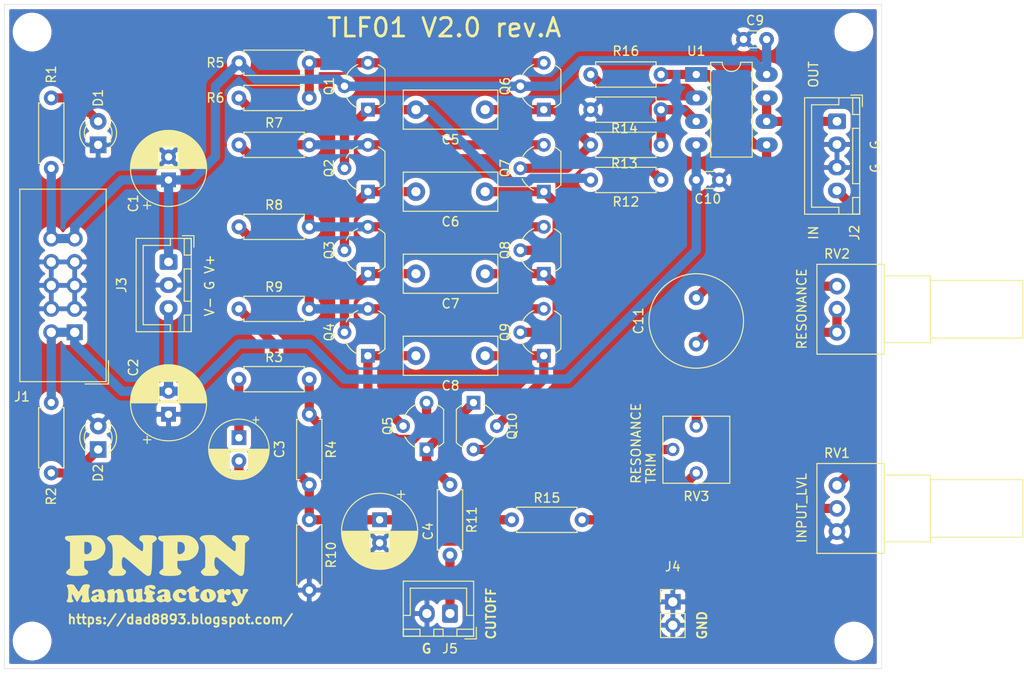
<source format=kicad_pcb>
(kicad_pcb (version 20171130) (host pcbnew "(5.1.6)-1")
  (title_block (title TLF_01_V2) (date 2020-08-17) (rev A) (company "PNPN Manufactory"))
  (layers (0 F.Cu signal) (31 B.Cu signal) (34 B.Paste user) (35 F.Paste user) (36 B.SilkS user) (37 F.SilkS user) (38 B.Mask user) (39 F.Mask user) (44 Edge.Cuts user))
  (net 0 "")
  (net 1 GND)
  (net 2 +12V)
  (net 3 -12V)
  (net 4 "Net-(C3-Pad2)")
  (net 5 "Net-(C3-Pad1)")
  (net 6 "Net-(C4-Pad1)")
  (net 7 "Net-(C5-Pad2)")
  (net 8 "Net-(C5-Pad1)")
  (net 9 "Net-(C6-Pad2)")
  (net 10 "Net-(C6-Pad1)")
  (net 11 "Net-(C7-Pad2)")
  (net 12 "Net-(C7-Pad1)")
  (net 13 "Net-(C8-Pad2)")
  (net 14 "Net-(C8-Pad1)")
  (net 15 "Net-(C11-Pad2)")
  (net 16 "Net-(C11-Pad1)")
  (net 17 "Net-(D1-Pad2)")
  (net 18 "Net-(D2-Pad1)")
  (net 19 "Net-(J5-Pad1)")
  (net 20 "Net-(Q1-Pad3)")
  (net 21 "Net-(Q2-Pad3)")
  (net 22 "Net-(Q3-Pad3)")
  (net 23 "Net-(Q4-Pad3)")
  (net 24 "Net-(Q10-Pad1)")
  (net 25 "Net-(Q5-Pad3)")
  (net 26 "Net-(Q10-Pad3)")
  (net 27 "Net-(R12-Pad1)")
  (net 28 "Net-(R13-Pad2)")
  (net 29 "Net-(R15-Pad2)")
  (net 30 "Net-(RV2-Pad1)")
  (net 31 Audio_Out)
  (net 32 "Net-(J2-Pad4)")
  (module Connector_JST:JST_XH_B4B-XH-A_1x04_P2.50mm_Vertical (layer F.Cu) (at 186.69 71.12 270)
    (fp_text reference J2 (at 12.065 -1.905 90) (layer F.SilkS))
    (fp_text value Audio_In_Out)
    (pad 4 thru_hole oval (at 7.5 0 270) (size 1.7 1.95) (drill 0.95) (layers *.Cu *.Mask) (net 32 "Net-(J2-Pad4)"))
    (pad 3 thru_hole oval (at 5 0 270) (size 1.7 1.95) (drill 0.95) (layers *.Cu *.Mask) (net 1 GND))
    (pad 2 thru_hole oval (at 2.5 0 270) (size 1.7 1.95) (drill 0.95) (layers *.Cu *.Mask) (net 1 GND))
    (pad 1 thru_hole roundrect (at 0 0 270) (size 1.7 1.95) (drill 0.95) (layers *.Cu *.Mask) (roundrect_rratio 0.147059) (net 31 Audio_Out))
  )
  (module myfootprint:Silk_PNPN_Manufactory_400dpi (layer F.Cu) (at 113.03 119.38)
    (fp_text reference G*** hide)
    (fp_text value LOGO hide)
  )
  (module Connector_JST:JST_XH_B2B-XH-A_1x02_P2.50mm_Vertical (layer F.Cu) (at 144.78 124.46 180)
    (fp_text reference J5 (at 0 -3.81) (layer F.SilkS))
    (fp_text value CUTOFF)
    (pad 2 thru_hole oval (at 2.5 0 180) (size 1.7 2) (drill 1) (layers *.Cu *.Mask) (net 1 GND))
    (pad 1 thru_hole roundrect (at 0 0 180) (size 1.7 2) (drill 1) (layers *.Cu *.Mask) (roundrect_rratio 0.147059) (net 19 "Net-(J5-Pad1)"))
  )
  (module Package_TO_SOT_THT:TO-92_Wide (layer F.Cu) (at 142.24 106.68 90)
    (fp_text reference Q5 (at 2.55 -4.19 90) (layer F.SilkS))
    (fp_text value 2SC1815)
    (pad 1 thru_hole rect (at 0 0 180) (size 1.5 1.5) (drill 0.8) (layers *.Cu *.Mask) (net 24 "Net-(Q10-Pad1)"))
    (pad 3 thru_hole circle (at 5.08 0 180) (size 1.5 1.5) (drill 0.8) (layers *.Cu *.Mask) (net 25 "Net-(Q5-Pad3)"))
    (pad 2 thru_hole circle (at 2.54 -2.54 180) (size 1.5 1.5) (drill 0.8) (layers *.Cu *.Mask) (net 13 "Net-(C8-Pad2)"))
  )
  (module myfootprint:Potentiometer_Bourns_3362P_Vertical (layer F.Cu) (at 171.45 104.14 180)
    (fp_text reference RV3 (at -0.015 -7.62) (layer F.SilkS))
    (fp_text value 1k)
    (pad 3 thru_hole circle (at 0 0 180) (size 1.44 1.44) (drill 0.8) (layers *.Cu *.Mask) (net 30 "Net-(RV2-Pad1)"))
    (pad 2 thru_hole circle (at 2.54 -2.54 180) (size 1.44 1.44) (drill 0.8) (layers *.Cu *.Mask) (net 26 "Net-(Q10-Pad3)"))
    (pad 1 thru_hole circle (at 0 -5.08 180) (size 1.44 1.44) (drill 0.8) (layers *.Cu *.Mask) (net 29 "Net-(R15-Pad2)"))
  )
  (module Package_TO_SOT_THT:TO-92_Wide (layer F.Cu) (at 147.32 101.6 270)
    (fp_text reference Q10 (at 2.55 -4.19 90) (layer F.SilkS))
    (fp_text value 2SC1815)
    (pad 1 thru_hole rect (at 0 0) (size 1.5 1.5) (drill 0.8) (layers *.Cu *.Mask) (net 24 "Net-(Q10-Pad1)"))
    (pad 3 thru_hole circle (at 5.08 0) (size 1.5 1.5) (drill 0.8) (layers *.Cu *.Mask) (net 26 "Net-(Q10-Pad3)"))
    (pad 2 thru_hole circle (at 2.54 -2.54) (size 1.5 1.5) (drill 0.8) (layers *.Cu *.Mask) (net 14 "Net-(C8-Pad1)"))
  )
  (module Package_TO_SOT_THT:TO-92_Wide (layer F.Cu) (at 154.94 96.52 90)
    (fp_text reference Q9 (at 2.55 -4.19 90) (layer F.SilkS))
    (fp_text value 2SC1815)
    (pad 1 thru_hole rect (at 0 0 180) (size 1.5 1.5) (drill 0.8) (layers *.Cu *.Mask) (net 14 "Net-(C8-Pad1)"))
    (pad 3 thru_hole circle (at 5.08 0 180) (size 1.5 1.5) (drill 0.8) (layers *.Cu *.Mask) (net 23 "Net-(Q4-Pad3)"))
    (pad 2 thru_hole circle (at 2.54 -2.54 180) (size 1.5 1.5) (drill 0.8) (layers *.Cu *.Mask) (net 12 "Net-(C7-Pad1)"))
  )
  (module Package_TO_SOT_THT:TO-92_Wide (layer F.Cu) (at 154.94 87.63 90)
    (fp_text reference Q8 (at 2.55 -4.19 90) (layer F.SilkS))
    (fp_text value 2SC1815)
    (pad 1 thru_hole rect (at 0 0 180) (size 1.5 1.5) (drill 0.8) (layers *.Cu *.Mask) (net 12 "Net-(C7-Pad1)"))
    (pad 3 thru_hole circle (at 5.08 0 180) (size 1.5 1.5) (drill 0.8) (layers *.Cu *.Mask) (net 22 "Net-(Q3-Pad3)"))
    (pad 2 thru_hole circle (at 2.54 -2.54 180) (size 1.5 1.5) (drill 0.8) (layers *.Cu *.Mask) (net 10 "Net-(C6-Pad1)"))
  )
  (module Package_TO_SOT_THT:TO-92_Wide (layer F.Cu) (at 154.94 78.74 90)
    (fp_text reference Q7 (at 2.55 -4.19 90) (layer F.SilkS))
    (fp_text value 2SC1815)
    (pad 1 thru_hole rect (at 0 0 180) (size 1.5 1.5) (drill 0.8) (layers *.Cu *.Mask) (net 10 "Net-(C6-Pad1)"))
    (pad 3 thru_hole circle (at 5.08 0 180) (size 1.5 1.5) (drill 0.8) (layers *.Cu *.Mask) (net 21 "Net-(Q2-Pad3)"))
    (pad 2 thru_hole circle (at 2.54 -2.54 180) (size 1.5 1.5) (drill 0.8) (layers *.Cu *.Mask) (net 8 "Net-(C5-Pad1)"))
  )
  (module Package_TO_SOT_THT:TO-92_Wide (layer F.Cu) (at 154.94 69.85 90)
    (fp_text reference Q6 (at 2.55 -4.19 90) (layer F.SilkS))
    (fp_text value 2SC1815)
    (pad 1 thru_hole rect (at 0 0 180) (size 1.5 1.5) (drill 0.8) (layers *.Cu *.Mask) (net 8 "Net-(C5-Pad1)"))
    (pad 3 thru_hole circle (at 5.08 0 180) (size 1.5 1.5) (drill 0.8) (layers *.Cu *.Mask) (net 20 "Net-(Q1-Pad3)"))
    (pad 2 thru_hole circle (at 2.54 -2.54 180) (size 1.5 1.5) (drill 0.8) (layers *.Cu *.Mask) (net 2 +12V))
  )
  (module Package_TO_SOT_THT:TO-92_Wide (layer F.Cu) (at 135.89 96.52 90)
    (fp_text reference Q4 (at 2.55 -4.19 90) (layer F.SilkS))
    (fp_text value 2SC1815)
    (pad 1 thru_hole rect (at 0 0 180) (size 1.5 1.5) (drill 0.8) (layers *.Cu *.Mask) (net 13 "Net-(C8-Pad2)"))
    (pad 3 thru_hole circle (at 5.08 0 180) (size 1.5 1.5) (drill 0.8) (layers *.Cu *.Mask) (net 23 "Net-(Q4-Pad3)"))
    (pad 2 thru_hole circle (at 2.54 -2.54 180) (size 1.5 1.5) (drill 0.8) (layers *.Cu *.Mask) (net 11 "Net-(C7-Pad2)"))
  )
  (module Package_TO_SOT_THT:TO-92_Wide (layer F.Cu) (at 135.89 87.63 90)
    (fp_text reference Q3 (at 2.55 -4.19 90) (layer F.SilkS))
    (fp_text value 2SC1815)
    (pad 1 thru_hole rect (at 0 0 180) (size 1.5 1.5) (drill 0.8) (layers *.Cu *.Mask) (net 11 "Net-(C7-Pad2)"))
    (pad 3 thru_hole circle (at 5.08 0 180) (size 1.5 1.5) (drill 0.8) (layers *.Cu *.Mask) (net 22 "Net-(Q3-Pad3)"))
    (pad 2 thru_hole circle (at 2.54 -2.54 180) (size 1.5 1.5) (drill 0.8) (layers *.Cu *.Mask) (net 9 "Net-(C6-Pad2)"))
  )
  (module Package_TO_SOT_THT:TO-92_Wide (layer F.Cu) (at 135.89 78.74 90)
    (fp_text reference Q2 (at 2.55 -4.19 90) (layer F.SilkS))
    (fp_text value 2SC1815)
    (pad 1 thru_hole rect (at 0 0 180) (size 1.5 1.5) (drill 0.8) (layers *.Cu *.Mask) (net 9 "Net-(C6-Pad2)"))
    (pad 3 thru_hole circle (at 5.08 0 180) (size 1.5 1.5) (drill 0.8) (layers *.Cu *.Mask) (net 21 "Net-(Q2-Pad3)"))
    (pad 2 thru_hole circle (at 2.54 -2.54 180) (size 1.5 1.5) (drill 0.8) (layers *.Cu *.Mask) (net 7 "Net-(C5-Pad2)"))
  )
  (module Package_TO_SOT_THT:TO-92_Wide (layer F.Cu) (at 135.89 69.85 90)
    (fp_text reference Q1 (at 2.55 -4.19 90) (layer F.SilkS))
    (fp_text value 2SC1815)
    (pad 1 thru_hole rect (at 0 0 180) (size 1.5 1.5) (drill 0.8) (layers *.Cu *.Mask) (net 7 "Net-(C5-Pad2)"))
    (pad 3 thru_hole circle (at 5.08 0 180) (size 1.5 1.5) (drill 0.8) (layers *.Cu *.Mask) (net 20 "Net-(Q1-Pad3)"))
    (pad 2 thru_hole circle (at 2.54 -2.54 180) (size 1.5 1.5) (drill 0.8) (layers *.Cu *.Mask) (net 2 +12V))
  )
  (module Connector_JST:JST_XH_B3B-XH-A_1x03_P2.50mm_Vertical (layer F.Cu) (at 114.3 86.36 270)
    (fp_text reference J3 (at 2.5 5.08 90) (layer F.SilkS))
    (fp_text value EXT_PWR)
    (pad 3 thru_hole oval (at 5 0 270) (size 1.7 1.95) (drill 0.95) (layers *.Cu *.Mask) (net 3 -12V))
    (pad 2 thru_hole oval (at 2.5 0 270) (size 1.7 1.95) (drill 0.95) (layers *.Cu *.Mask) (net 1 GND))
    (pad 1 thru_hole roundrect (at 0 0 270) (size 1.7 1.95) (drill 0.95) (layers *.Cu *.Mask) (roundrect_rratio 0.147059) (net 2 +12V))
  )
  (module Potentiometer_THT:Potentiometer_Alps_RK097_Single_Horizontal (layer F.Cu) (at 186.69 115.57)
    (fp_text reference RV1 (at 0 -8.5) (layer F.SilkS))
    (fp_text value 10k/A)
    (pad 1 thru_hole circle (at 0 0) (size 1.8 1.8) (drill 1) (layers *.Cu *.Mask) (net 1 GND))
    (pad 2 thru_hole circle (at 0 -2.5) (size 1.8 1.8) (drill 1) (layers *.Cu *.Mask) (net 4 "Net-(C3-Pad2)"))
    (pad 3 thru_hole circle (at 0 -5) (size 1.8 1.8) (drill 1) (layers *.Cu *.Mask) (net 32 "Net-(J2-Pad4)"))
  )
  (module Resistor_THT:R_Axial_DIN0207_L6.3mm_D2.5mm_P7.62mm_Horizontal (layer F.Cu) (at 129.54 64.77 180)
    (fp_text reference R5 (at 10.16 0) (layer F.SilkS))
    (fp_text value 220)
    (pad 1 thru_hole circle (at 0 0 180) (size 1.6 1.6) (drill 0.8) (layers *.Cu *.Mask) (net 20 "Net-(Q1-Pad3)"))
    (pad 2 thru_hole oval (at 7.62 0 180) (size 1.6 1.6) (drill 0.8) (layers *.Cu *.Mask) (net 2 +12V))
  )
  (module MountingHole:MountingHole_3.2mm_M3 (layer F.Cu) (at 188.5229 61.44016)
    (fp_text reference H4)
    (fp_text value MountingHole)
    (pad 1 np_thru_hole circle (at 0 0) (size 3.2 3.2) (drill 3.2) (layers *.Cu *.Mask))
  )
  (module MountingHole:MountingHole_3.2mm_M3 (layer F.Cu) (at 188.5229 127.44016)
    (fp_text reference H3)
    (fp_text value MountingHole)
    (pad 1 np_thru_hole circle (at 0 0) (size 3.2 3.2) (drill 3.2) (layers *.Cu *.Mask))
  )
  (module MountingHole:MountingHole_3.2mm_M3 (layer F.Cu) (at 99.5229 127.44016)
    (fp_text reference H2 hide)
    (fp_text value MountingHole)
    (pad 1 np_thru_hole circle (at 0 0) (size 3.2 3.2) (drill 3.2) (layers *.Cu *.Mask))
  )
  (module MountingHole:MountingHole_3.2mm_M3 (layer F.Cu) (at 99.5229 61.44016)
    (fp_text reference H1 hide)
    (fp_text value MountingHole)
    (pad 1 np_thru_hole circle (at 0 0) (size 3.2 3.2) (drill 3.2) (layers *.Cu *.Mask))
  )
  (module Capacitor_THT:C_Radial_D10.0mm_H12.5mm_P5.00mm (layer F.Cu) (at 171.45 95.25 90)
    (fp_text reference C11 (at 2.5 -6.25 90) (layer F.SilkS))
    (fp_text value 10u)
    (pad 1 thru_hole circle (at 0 0 90) (size 1.6 1.6) (drill 0.8) (layers *.Cu *.Mask) (net 16 "Net-(C11-Pad1)"))
    (pad 2 thru_hole circle (at 5 0 90) (size 1.6 1.6) (drill 0.8) (layers *.Cu *.Mask) (net 15 "Net-(C11-Pad2)"))
  )
  (module Package_DIP:DIP-8_W7.62mm_LongPads (layer F.Cu) (at 171.45 66.04)
    (fp_text reference U1 (at 0 -2.54) (layer F.SilkS))
    (fp_text value TL072)
    (pad 1 thru_hole rect (at 0 0) (size 2.4 1.6) (drill 0.8) (layers *.Cu *.Mask) (net 15 "Net-(C11-Pad2)"))
    (pad 5 thru_hole oval (at 7.62 7.62) (size 2.4 1.6) (drill 0.8) (layers *.Cu *.Mask) (net 15 "Net-(C11-Pad2)"))
    (pad 2 thru_hole oval (at 0 2.54) (size 2.4 1.6) (drill 0.8) (layers *.Cu *.Mask) (net 27 "Net-(R12-Pad1)"))
    (pad 6 thru_hole oval (at 7.62 5.08) (size 2.4 1.6) (drill 0.8) (layers *.Cu *.Mask) (net 31 Audio_Out))
    (pad 3 thru_hole oval (at 0 5.08) (size 2.4 1.6) (drill 0.8) (layers *.Cu *.Mask) (net 28 "Net-(R13-Pad2)"))
    (pad 7 thru_hole oval (at 7.62 2.54) (size 2.4 1.6) (drill 0.8) (layers *.Cu *.Mask) (net 31 Audio_Out))
    (pad 4 thru_hole oval (at 0 7.62) (size 2.4 1.6) (drill 0.8) (layers *.Cu *.Mask) (net 3 -12V))
    (pad 8 thru_hole oval (at 7.62 0) (size 2.4 1.6) (drill 0.8) (layers *.Cu *.Mask) (net 2 +12V))
  )
  (module Potentiometer_THT:Potentiometer_Alps_RK097_Single_Horizontal (layer F.Cu) (at 186.69 93.98)
    (fp_text reference RV2 (at 0 -8.5) (layer F.SilkS))
    (fp_text value 50k/B)
    (pad 1 thru_hole circle (at 0 0) (size 1.8 1.8) (drill 1) (layers *.Cu *.Mask) (net 30 "Net-(RV2-Pad1)"))
    (pad 2 thru_hole circle (at 0 -2.5) (size 1.8 1.8) (drill 1) (layers *.Cu *.Mask) (net 30 "Net-(RV2-Pad1)"))
    (pad 3 thru_hole circle (at 0 -5) (size 1.8 1.8) (drill 1) (layers *.Cu *.Mask) (net 16 "Net-(C11-Pad1)"))
  )
  (module Resistor_THT:R_Axial_DIN0207_L6.3mm_D2.5mm_P7.62mm_Horizontal (layer F.Cu) (at 167.64 66.04 180)
    (fp_text reference R16 (at 3.81 2.54) (layer F.SilkS))
    (fp_text value "100k(C&T)")
    (pad 1 thru_hole circle (at 0 0 180) (size 1.6 1.6) (drill 0.8) (layers *.Cu *.Mask) (net 15 "Net-(C11-Pad2)"))
    (pad 2 thru_hole oval (at 7.62 0 180) (size 1.6 1.6) (drill 0.8) (layers *.Cu *.Mask) (net 27 "Net-(R12-Pad1)"))
  )
  (module Resistor_THT:R_Axial_DIN0207_L6.3mm_D2.5mm_P7.62mm_Horizontal (layer F.Cu) (at 151.4629 114.3)
    (fp_text reference R15 (at 3.81 -2.37) (layer F.SilkS))
    (fp_text value 330)
    (pad 1 thru_hole circle (at 0 0) (size 1.6 1.6) (drill 0.8) (layers *.Cu *.Mask) (net 6 "Net-(C4-Pad1)"))
    (pad 2 thru_hole oval (at 7.62 0) (size 1.6 1.6) (drill 0.8) (layers *.Cu *.Mask) (net 29 "Net-(R15-Pad2)"))
  )
  (module Resistor_THT:R_Axial_DIN0207_L6.3mm_D2.5mm_P7.62mm_Horizontal (layer F.Cu) (at 160.02 69.85)
    (fp_text reference R14 (at 3.64 2.032) (layer F.SilkS))
    (fp_text value "100k(C&T)")
    (pad 1 thru_hole circle (at 0 0) (size 1.6 1.6) (drill 0.8) (layers *.Cu *.Mask) (net 1 GND))
    (pad 2 thru_hole oval (at 7.62 0) (size 1.6 1.6) (drill 0.8) (layers *.Cu *.Mask) (net 28 "Net-(R13-Pad2)"))
  )
  (module Resistor_THT:R_Axial_DIN0207_L6.3mm_D2.5mm_P7.62mm_Horizontal (layer F.Cu) (at 160.02 73.66)
    (fp_text reference R13 (at 3.64 2.032) (layer F.SilkS))
    (fp_text value 1k)
    (pad 1 thru_hole circle (at 0 0) (size 1.6 1.6) (drill 0.8) (layers *.Cu *.Mask) (net 8 "Net-(C5-Pad1)"))
    (pad 2 thru_hole oval (at 7.62 0) (size 1.6 1.6) (drill 0.8) (layers *.Cu *.Mask) (net 28 "Net-(R13-Pad2)"))
  )
  (module Resistor_THT:R_Axial_DIN0207_L6.3mm_D2.5mm_P7.62mm_Horizontal (layer F.Cu) (at 167.64 77.47 180)
    (fp_text reference R12 (at 3.81 -2.37) (layer F.SilkS))
    (fp_text value 1k)
    (pad 1 thru_hole circle (at 0 0 180) (size 1.6 1.6) (drill 0.8) (layers *.Cu *.Mask) (net 27 "Net-(R12-Pad1)"))
    (pad 2 thru_hole oval (at 7.62 0 180) (size 1.6 1.6) (drill 0.8) (layers *.Cu *.Mask) (net 7 "Net-(C5-Pad2)"))
  )
  (module Resistor_THT:R_Axial_DIN0207_L6.3mm_D2.5mm_P7.62mm_Horizontal (layer F.Cu) (at 144.78 110.49 270)
    (fp_text reference R11 (at 3.81 -2.37 90) (layer F.SilkS))
    (fp_text value 0)
    (pad 1 thru_hole circle (at 0 0 270) (size 1.6 1.6) (drill 0.8) (layers *.Cu *.Mask) (net 24 "Net-(Q10-Pad1)"))
    (pad 2 thru_hole oval (at 7.62 0 270) (size 1.6 1.6) (drill 0.8) (layers *.Cu *.Mask) (net 19 "Net-(J5-Pad1)"))
  )
  (module Resistor_THT:R_Axial_DIN0207_L6.3mm_D2.5mm_P7.62mm_Horizontal (layer F.Cu) (at 129.54 114.3 270)
    (fp_text reference R10 (at 3.81 -2.37 90) (layer F.SilkS))
    (fp_text value 200)
    (pad 1 thru_hole circle (at 0 0 270) (size 1.6 1.6) (drill 0.8) (layers *.Cu *.Mask) (net 6 "Net-(C4-Pad1)"))
    (pad 2 thru_hole oval (at 7.62 0 270) (size 1.6 1.6) (drill 0.8) (layers *.Cu *.Mask) (net 1 GND))
  )
  (module Resistor_THT:R_Axial_DIN0207_L6.3mm_D2.5mm_P7.62mm_Horizontal (layer F.Cu) (at 121.92 91.44)
    (fp_text reference R9 (at 3.81 -2.37) (layer F.SilkS))
    (fp_text value 150)
    (pad 1 thru_hole circle (at 0 0) (size 1.6 1.6) (drill 0.8) (layers *.Cu *.Mask) (net 6 "Net-(C4-Pad1)"))
    (pad 2 thru_hole oval (at 7.62 0) (size 1.6 1.6) (drill 0.8) (layers *.Cu *.Mask) (net 23 "Net-(Q4-Pad3)"))
  )
  (module Resistor_THT:R_Axial_DIN0207_L6.3mm_D2.5mm_P7.62mm_Horizontal (layer F.Cu) (at 121.92 82.55)
    (fp_text reference R8 (at 3.81 -2.37) (layer F.SilkS))
    (fp_text value 150)
    (pad 1 thru_hole circle (at 0 0) (size 1.6 1.6) (drill 0.8) (layers *.Cu *.Mask) (net 23 "Net-(Q4-Pad3)"))
    (pad 2 thru_hole oval (at 7.62 0) (size 1.6 1.6) (drill 0.8) (layers *.Cu *.Mask) (net 22 "Net-(Q3-Pad3)"))
  )
  (module Resistor_THT:R_Axial_DIN0207_L6.3mm_D2.5mm_P7.62mm_Horizontal (layer F.Cu) (at 121.92 73.66)
    (fp_text reference R7 (at 3.81 -2.37) (layer F.SilkS))
    (fp_text value 150)
    (pad 1 thru_hole circle (at 0 0) (size 1.6 1.6) (drill 0.8) (layers *.Cu *.Mask) (net 22 "Net-(Q3-Pad3)"))
    (pad 2 thru_hole oval (at 7.62 0) (size 1.6 1.6) (drill 0.8) (layers *.Cu *.Mask) (net 21 "Net-(Q2-Pad3)"))
  )
  (module Resistor_THT:R_Axial_DIN0207_L6.3mm_D2.5mm_P7.62mm_Horizontal (layer F.Cu) (at 121.92 68.58)
    (fp_text reference R6 (at -2.54 0) (layer F.SilkS))
    (fp_text value 150)
    (pad 1 thru_hole circle (at 0 0) (size 1.6 1.6) (drill 0.8) (layers *.Cu *.Mask) (net 21 "Net-(Q2-Pad3)"))
    (pad 2 thru_hole oval (at 7.62 0) (size 1.6 1.6) (drill 0.8) (layers *.Cu *.Mask) (net 20 "Net-(Q1-Pad3)"))
  )
  (module Resistor_THT:R_Axial_DIN0207_L6.3mm_D2.5mm_P7.62mm_Horizontal (layer F.Cu) (at 129.54 102.87 270)
    (fp_text reference R4 (at 3.81 -2.37 90) (layer F.SilkS))
    (fp_text value 1k)
    (pad 1 thru_hole circle (at 0 0 270) (size 1.6 1.6) (drill 0.8) (layers *.Cu *.Mask) (net 25 "Net-(Q5-Pad3)"))
    (pad 2 thru_hole oval (at 7.62 0 270) (size 1.6 1.6) (drill 0.8) (layers *.Cu *.Mask) (net 6 "Net-(C4-Pad1)"))
  )
  (module Resistor_THT:R_Axial_DIN0207_L6.3mm_D2.5mm_P7.62mm_Horizontal (layer F.Cu) (at 121.92 99.06)
    (fp_text reference R3 (at 3.81 -2.37) (layer F.SilkS))
    (fp_text value "1k(C&T)")
    (pad 1 thru_hole circle (at 0 0) (size 1.6 1.6) (drill 0.8) (layers *.Cu *.Mask) (net 5 "Net-(C3-Pad1)"))
    (pad 2 thru_hole oval (at 7.62 0) (size 1.6 1.6) (drill 0.8) (layers *.Cu *.Mask) (net 25 "Net-(Q5-Pad3)"))
  )
  (module Resistor_THT:R_Axial_DIN0207_L6.3mm_D2.5mm_P7.62mm_Horizontal (layer F.Cu) (at 101.6 101.6 270)
    (fp_text reference R2 (at 10.16 0 90) (layer F.SilkS))
    (fp_text value 4.7k)
    (pad 1 thru_hole circle (at 0 0 270) (size 1.6 1.6) (drill 0.8) (layers *.Cu *.Mask) (net 3 -12V))
    (pad 2 thru_hole oval (at 7.62 0 270) (size 1.6 1.6) (drill 0.8) (layers *.Cu *.Mask) (net 18 "Net-(D2-Pad1)"))
  )
  (module Resistor_THT:R_Axial_DIN0207_L6.3mm_D2.5mm_P7.62mm_Horizontal (layer F.Cu) (at 101.6 68.58 270)
    (fp_text reference R1 (at -2.54 0 90) (layer F.SilkS))
    (fp_text value 4.7k)
    (pad 1 thru_hole circle (at 0 0 270) (size 1.6 1.6) (drill 0.8) (layers *.Cu *.Mask) (net 17 "Net-(D1-Pad2)"))
    (pad 2 thru_hole oval (at 7.62 0 270) (size 1.6 1.6) (drill 0.8) (layers *.Cu *.Mask) (net 2 +12V))
  )
  (module Connector_PinHeader_2.54mm:PinHeader_1x02_P2.54mm_Vertical (layer F.Cu) (at 168.91 123.19)
    (fp_text reference J4 (at 0 -3.81) (layer F.SilkS))
    (fp_text value TP_GND)
    (pad 1 thru_hole rect (at 0 0) (size 1.7 1.7) (drill 1) (layers *.Cu *.Mask) (net 1 GND))
    (pad 2 thru_hole oval (at 0 2.54) (size 1.7 1.7) (drill 1) (layers *.Cu *.Mask) (net 1 GND))
  )
  (module Connector_IDC:IDC-Header_2x05_P2.54mm_Vertical (layer F.Cu) (at 104.14 93.98 180)
    (fp_text reference J1 (at 5.715 -6.985) (layer F.SilkS))
    (fp_text value ERK_PWR)
    (pad 1 thru_hole rect (at 0 0 180) (size 1.7272 1.7272) (drill 1.016) (layers *.Cu *.Mask) (net 3 -12V))
    (pad 2 thru_hole oval (at 2.54 0 180) (size 1.7272 1.7272) (drill 1.016) (layers *.Cu *.Mask) (net 3 -12V))
    (pad 3 thru_hole oval (at 0 2.54 180) (size 1.7272 1.7272) (drill 1.016) (layers *.Cu *.Mask) (net 1 GND))
    (pad 4 thru_hole oval (at 2.54 2.54 180) (size 1.7272 1.7272) (drill 1.016) (layers *.Cu *.Mask) (net 1 GND))
    (pad 5 thru_hole oval (at 0 5.08 180) (size 1.7272 1.7272) (drill 1.016) (layers *.Cu *.Mask) (net 1 GND))
    (pad 6 thru_hole oval (at 2.54 5.08 180) (size 1.7272 1.7272) (drill 1.016) (layers *.Cu *.Mask) (net 1 GND))
    (pad 7 thru_hole oval (at 0 7.62 180) (size 1.7272 1.7272) (drill 1.016) (layers *.Cu *.Mask) (net 1 GND))
    (pad 8 thru_hole oval (at 2.54 7.62 180) (size 1.7272 1.7272) (drill 1.016) (layers *.Cu *.Mask) (net 1 GND))
    (pad 9 thru_hole oval (at 0 10.16 180) (size 1.7272 1.7272) (drill 1.016) (layers *.Cu *.Mask) (net 2 +12V))
    (pad 10 thru_hole oval (at 2.54 10.16 180) (size 1.7272 1.7272) (drill 1.016) (layers *.Cu *.Mask) (net 2 +12V))
  )
  (module LED_THT:LED_D3.0mm (layer F.Cu) (at 106.68 106.68 90)
    (fp_text reference D2 (at -2.54 0 90) (layer F.SilkS))
    (fp_text value BLUE)
    (pad 1 thru_hole rect (at 0 0 90) (size 1.8 1.8) (drill 0.9) (layers *.Cu *.Mask) (net 18 "Net-(D2-Pad1)"))
    (pad 2 thru_hole circle (at 2.54 0 90) (size 1.8 1.8) (drill 0.9) (layers *.Cu *.Mask) (net 1 GND))
  )
  (module LED_THT:LED_D3.0mm (layer F.Cu) (at 106.68 73.66 90)
    (fp_text reference D1 (at 5.08 0 90) (layer F.SilkS))
    (fp_text value RED)
    (pad 1 thru_hole rect (at 0 0 90) (size 1.8 1.8) (drill 0.9) (layers *.Cu *.Mask) (net 1 GND))
    (pad 2 thru_hole circle (at 2.54 0 90) (size 1.8 1.8) (drill 0.9) (layers *.Cu *.Mask) (net 17 "Net-(D1-Pad2)"))
  )
  (module Capacitor_THT:C_Disc_D3.0mm_W1.6mm_P2.50mm (layer F.Cu) (at 173.95 77.47 180)
    (fp_text reference C10 (at 1.25 -2.05) (layer F.SilkS))
    (fp_text value 0.1u)
    (pad 1 thru_hole circle (at 0 0 180) (size 1.6 1.6) (drill 0.8) (layers *.Cu *.Mask) (net 1 GND))
    (pad 2 thru_hole circle (at 2.5 0 180) (size 1.6 1.6) (drill 0.8) (layers *.Cu *.Mask) (net 3 -12V))
  )
  (module Capacitor_THT:C_Disc_D3.0mm_W1.6mm_P2.50mm (layer F.Cu) (at 176.57 62.23)
    (fp_text reference C9 (at 1.25 -2.05) (layer F.SilkS))
    (fp_text value 0.1u)
    (pad 1 thru_hole circle (at 0 0) (size 1.6 1.6) (drill 0.8) (layers *.Cu *.Mask) (net 1 GND))
    (pad 2 thru_hole circle (at 2.5 0) (size 1.6 1.6) (drill 0.8) (layers *.Cu *.Mask) (net 2 +12V))
  )
  (module Capacitor_THT:C_Rect_L10.0mm_W4.0mm_P7.50mm_MKS4 (layer F.Cu) (at 148.59 96.52 180)
    (fp_text reference C8 (at 3.75 -3.25) (layer F.SilkS))
    (fp_text value 0.068u)
    (pad 1 thru_hole circle (at 0 0 180) (size 2 2) (drill 1) (layers *.Cu *.Mask) (net 14 "Net-(C8-Pad1)"))
    (pad 2 thru_hole circle (at 7.5 0 180) (size 2 2) (drill 1) (layers *.Cu *.Mask) (net 13 "Net-(C8-Pad2)"))
  )
  (module Capacitor_THT:C_Rect_L10.0mm_W4.0mm_P7.50mm_MKS4 (layer F.Cu) (at 148.59 87.63 180)
    (fp_text reference C7 (at 3.75 -3.25) (layer F.SilkS))
    (fp_text value 0.068u)
    (pad 1 thru_hole circle (at 0 0 180) (size 2 2) (drill 1) (layers *.Cu *.Mask) (net 12 "Net-(C7-Pad1)"))
    (pad 2 thru_hole circle (at 7.5 0 180) (size 2 2) (drill 1) (layers *.Cu *.Mask) (net 11 "Net-(C7-Pad2)"))
  )
  (module Capacitor_THT:C_Rect_L10.0mm_W4.0mm_P7.50mm_MKS4 (layer F.Cu) (at 148.59 78.74 180)
    (fp_text reference C6 (at 3.75 -3.25) (layer F.SilkS))
    (fp_text value 0.068u)
    (pad 1 thru_hole circle (at 0 0 180) (size 2 2) (drill 1) (layers *.Cu *.Mask) (net 10 "Net-(C6-Pad1)"))
    (pad 2 thru_hole circle (at 7.5 0 180) (size 2 2) (drill 1) (layers *.Cu *.Mask) (net 9 "Net-(C6-Pad2)"))
  )
  (module Capacitor_THT:C_Rect_L10.0mm_W4.0mm_P7.50mm_MKS4 (layer F.Cu) (at 148.59 69.85 180)
    (fp_text reference C5 (at 3.75 -3.25) (layer F.SilkS))
    (fp_text value 0.068u)
    (pad 1 thru_hole circle (at 0 0 180) (size 2 2) (drill 1) (layers *.Cu *.Mask) (net 8 "Net-(C5-Pad1)"))
    (pad 2 thru_hole circle (at 7.5 0 180) (size 2 2) (drill 1) (layers *.Cu *.Mask) (net 7 "Net-(C5-Pad2)"))
  )
  (module Capacitor_THT:CP_Radial_D8.0mm_P2.50mm (layer F.Cu) (at 137.16 114.3 270)
    (fp_text reference C4 (at 1.25 -5.25 90) (layer F.SilkS))
    (fp_text value 220u)
    (pad 1 thru_hole rect (at 0 0 270) (size 1.6 1.6) (drill 0.8) (layers *.Cu *.Mask) (net 6 "Net-(C4-Pad1)"))
    (pad 2 thru_hole circle (at 2.5 0 270) (size 1.6 1.6) (drill 0.8) (layers *.Cu *.Mask) (net 1 GND))
  )
  (module Capacitor_THT:CP_Radial_D6.3mm_P2.50mm (layer F.Cu) (at 121.92 105.41 270)
    (fp_text reference C3 (at 1.25 -4.4 90) (layer F.SilkS))
    (fp_text value 10u/BP)
    (pad 1 thru_hole rect (at 0 0 270) (size 1.6 1.6) (drill 0.8) (layers *.Cu *.Mask) (net 5 "Net-(C3-Pad1)"))
    (pad 2 thru_hole circle (at 2.5 0 270) (size 1.6 1.6) (drill 0.8) (layers *.Cu *.Mask) (net 4 "Net-(C3-Pad2)"))
  )
  (module Capacitor_THT:CP_Radial_D8.0mm_P2.50mm (layer F.Cu) (at 114.3 102.87 90)
    (fp_text reference C2 (at 5.08 -3.81 90) (layer F.SilkS))
    (fp_text value 100u)
    (pad 1 thru_hole rect (at 0 0 90) (size 1.6 1.6) (drill 0.8) (layers *.Cu *.Mask) (net 1 GND))
    (pad 2 thru_hole circle (at 2.5 0 90) (size 1.6 1.6) (drill 0.8) (layers *.Cu *.Mask) (net 3 -12V))
  )
  (module Capacitor_THT:CP_Radial_D8.0mm_P2.50mm (layer F.Cu) (at 114.3 77.47 90)
    (fp_text reference C1 (at -2.54 -3.81 90) (layer F.SilkS))
    (fp_text value 100u)
    (pad 1 thru_hole rect (at 0 0 90) (size 1.6 1.6) (drill 0.8) (layers *.Cu *.Mask) (net 2 +12V))
    (pad 2 thru_hole circle (at 2.5 0 90) (size 1.6 1.6) (drill 0.8) (layers *.Cu *.Mask) (net 1 GND))
  )
  (gr_text "TLF01 V2.0 rev.A" (at 144.145 60.96) (layer F.SilkS) (effects (font (size 2 2) (thickness 0.3))))
  (gr_text CUTOFF (at 149.225 124.46 90) (layer F.SilkS) (effects (font (size 1 1) (thickness 0.2))))
  (gr_text G (at 142.24 128.27) (layer F.SilkS) (effects (font (size 1 1) (thickness 0.2))))
  (gr_text https://dad8893.blogspot.com/ (at 115.57 125.095) (layer F.SilkS) (effects (font (size 1 1) (thickness 0.2))))
  (gr_text GND (at 172.085 125.73 90) (layer F.SilkS) (effects (font (size 1 1) (thickness 0.2))))
  (gr_text INPUT_LVL (at 182.88 113.03 90) (layer F.SilkS) (effects (font (size 1 1))))
  (gr_text RESONANCE (at 182.88 91.44 90) (layer F.SilkS) (effects (font (size 1 1))))
  (gr_text "RESONANCE\nTRIM" (at 165.735 110.49 90) (layer F.SilkS) (effects (font (size 1 1)) (justify left)))
  (gr_text G (at 190.8329 73.66 90) (layer F.SilkS) (effects (font (size 1 1))))
  (gr_text OUT (at 184.15 66.04 90) (layer F.SilkS) (effects (font (size 1 1))))
  (gr_text "V- G V+" (at 118.745 88.9 90) (layer F.SilkS) (effects (font (size 1 1))))
  (gr_text G (at 190.8329 76.2 90) (layer F.SilkS) (effects (font (size 1 1))))
  (gr_text IN (at 184.15 83.185 90) (layer F.SilkS) (effects (font (size 1 1))))
  (gr_line (start 191.5229 130.44016) (end 96.5229 130.44016) (layer Edge.Cuts) (width 0.05))
  (gr_line (start 191.5229 58.44016) (end 191.5229 130.44016) (layer Edge.Cuts) (width 0.05))
  (gr_line (start 96.5229 58.44016) (end 191.5229 58.44016) (layer Edge.Cuts) (width 0.05))
  (gr_line (start 96.5229 130.44016) (end 96.5229 58.44016) (layer Edge.Cuts) (width 0.05))
  (segment (start 104.14 83.82) (end 101.6 83.82) (width 1) (layer B.Cu) (net 2))
  (segment (start 101.6 83.82) (end 101.6 76.2) (width 1) (layer B.Cu) (net 2))
  (segment (start 114.3 86.36) (end 114.3 77.47) (width 1) (layer B.Cu) (net 2))
  (segment (start 123.710001 66.560001) (end 121.92 64.77) (width 1) (layer B.Cu) (net 2))
  (segment (start 132.600001 66.560001) (end 123.710001 66.560001) (width 1) (layer B.Cu) (net 2))
  (segment (start 133.35 67.31) (end 132.600001 66.560001) (width 1) (layer B.Cu) (net 2))
  (segment (start 179.07 62.23) (end 179.07 66.04) (width 1) (layer B.Cu) (net 2))
  (segment (start 152.4 67.31) (end 133.35 67.31) (width 1) (layer B.Cu) (net 2))
  (segment (start 152.4 67.31) (end 156.21 67.31) (width 1) (layer B.Cu) (net 2))
  (segment (start 177.569999 64.539999) (end 179.07 66.04) (width 1) (layer B.Cu) (net 2))
  (segment (start 158.980001 64.539999) (end 177.569999 64.539999) (width 1) (layer B.Cu) (net 2))
  (segment (start 156.21 67.31) (end 158.980001 64.539999) (width 1) (layer B.Cu) (net 2))
  (segment (start 119.38 74.93) (end 119.38 67.31) (width 1) (layer B.Cu) (net 2))
  (segment (start 114.3 77.47) (end 116.84 77.47) (width 1) (layer B.Cu) (net 2))
  (segment (start 119.38 67.31) (end 121.92 64.77) (width 1) (layer B.Cu) (net 2))
  (segment (start 116.84 77.47) (end 119.38 74.93) (width 1) (layer B.Cu) (net 2))
  (segment (start 104.14 83.82) (end 104.14 82.55) (width 1) (layer B.Cu) (net 2))
  (segment (start 109.22 77.47) (end 114.3 77.47) (width 1) (layer B.Cu) (net 2))
  (segment (start 104.14 82.55) (end 109.22 77.47) (width 1) (layer B.Cu) (net 2))
  (segment (start 104.14 93.98) (end 101.6 93.98) (width 1) (layer B.Cu) (net 3))
  (segment (start 101.6 93.98) (end 101.6 101.6) (width 1) (layer B.Cu) (net 3))
  (segment (start 114.3 100.37) (end 114.3 91.36) (width 1) (layer B.Cu) (net 3))
  (segment (start 171.45 78.74) (end 171.45 77.47) (width 1) (layer B.Cu) (net 3))
  (segment (start 157.48 99.06) (end 171.45 85.09) (width 1) (layer B.Cu) (net 3))
  (segment (start 171.45 85.09) (end 171.45 78.74) (width 1) (layer B.Cu) (net 3))
  (segment (start 114.3 91.36) (end 114.3 91.44) (width 1) (layer B.Cu) (net 3))
  (segment (start 129.54 95.25) (end 133.35 99.06) (width 1) (layer B.Cu) (net 3))
  (segment (start 133.35 99.06) (end 157.48 99.06) (width 1) (layer B.Cu) (net 3))
  (segment (start 104.14 93.98) (end 104.14 95.25) (width 1) (layer B.Cu) (net 3))
  (segment (start 109.26 100.37) (end 114.3 100.37) (width 1) (layer B.Cu) (net 3))
  (segment (start 104.14 95.25) (end 109.26 100.37) (width 1) (layer B.Cu) (net 3))
  (segment (start 114.3 100.37) (end 115.53 100.37) (width 1) (layer B.Cu) (net 3))
  (segment (start 115.53 100.37) (end 115.57 100.33) (width 1) (layer B.Cu) (net 3))
  (segment (start 115.57 100.33) (end 116.84 100.33) (width 1) (layer B.Cu) (net 3))
  (segment (start 116.84 100.33) (end 121.92 95.25) (width 1) (layer B.Cu) (net 3))
  (segment (start 121.92 95.25) (end 129.54 95.25) (width 1) (layer B.Cu) (net 3))
  (segment (start 171.45 73.66) (end 171.45 77.47) (width 1) (layer B.Cu) (net 3))
  (segment (start 186.69 113.07) (end 170.22 113.07) (width 1) (layer F.Cu) (net 4))
  (segment (start 166.680001 116.609999) (end 141.200001 116.609999) (width 1) (layer F.Cu) (net 4))
  (segment (start 170.22 113.07) (end 166.680001 116.609999) (width 1) (layer F.Cu) (net 4))
  (segment (start 121.92 109.04137) (end 121.92 107.91) (width 1) (layer F.Cu) (net 4))
  (segment (start 131.178631 118.300001) (end 121.92 109.04137) (width 1) (layer F.Cu) (net 4))
  (segment (start 139.509999 118.300001) (end 131.178631 118.300001) (width 1) (layer F.Cu) (net 4))
  (segment (start 141.200001 116.609999) (end 139.509999 118.300001) (width 1) (layer F.Cu) (net 4))
  (segment (start 121.92 99.06) (end 121.92 105.41) (width 1) (layer F.Cu) (net 5))
  (segment (start 121.92 91.44) (end 125.73 95.25) (width 1) (layer F.Cu) (net 6))
  (segment (start 125.73 95.25) (end 125.73 106.68) (width 1) (layer F.Cu) (net 6))
  (segment (start 125.73 106.68) (end 129.54 110.49) (width 1) (layer F.Cu) (net 6))
  (segment (start 129.54 114.3) (end 129.54 110.49) (width 1) (layer F.Cu) (net 6))
  (segment (start 151.4629 114.3) (end 137.16 114.3) (width 1) (layer F.Cu) (net 6))
  (segment (start 137.16 114.3) (end 129.54 114.3) (width 1) (layer F.Cu) (net 6))
  (segment (start 141.09 69.85) (end 135.89 69.85) (width 1) (layer F.Cu) (net 7))
  (segment (start 135.89 69.85) (end 133.35 72.39) (width 1) (layer F.Cu) (net 7))
  (segment (start 133.35 72.39) (end 133.35 76.2) (width 1) (layer F.Cu) (net 7))
  (segment (start 159.839999 77.289999) (end 160.02 77.47) (width 1) (layer B.Cu) (net 7))
  (segment (start 153.629999 77.289999) (end 159.839999 77.289999) (width 1) (layer B.Cu) (net 7))
  (segment (start 153.269997 77.650001) (end 153.629999 77.289999) (width 1) (layer B.Cu) (net 7))
  (segment (start 150.304214 77.650001) (end 153.269997 77.650001) (width 1) (layer B.Cu) (net 7))
  (segment (start 142.504213 69.85) (end 150.304214 77.650001) (width 1) (layer B.Cu) (net 7))
  (segment (start 141.09 69.85) (end 142.504213 69.85) (width 1) (layer B.Cu) (net 7))
  (segment (start 148.59 69.85) (end 154.94 69.85) (width 1) (layer F.Cu) (net 8))
  (segment (start 156.21 69.85) (end 160.02 73.66) (width 1) (layer F.Cu) (net 8))
  (segment (start 154.94 69.85) (end 156.21 69.85) (width 1) (layer F.Cu) (net 8))
  (segment (start 152.4 76.2) (end 157.48 76.2) (width 1) (layer F.Cu) (net 8))
  (segment (start 157.48 76.2) (end 160.02 73.66) (width 1) (layer F.Cu) (net 8))
  (segment (start 135.89 78.74) (end 141.09 78.74) (width 1) (layer F.Cu) (net 9))
  (segment (start 135.89 78.74) (end 133.35 81.28) (width 1) (layer F.Cu) (net 9))
  (segment (start 133.35 81.28) (end 133.35 85.09) (width 1) (layer F.Cu) (net 9))
  (segment (start 148.59 78.74) (end 154.94 78.74) (width 1) (layer F.Cu) (net 10))
  (segment (start 156.390001 83.246001) (end 156.390001 80.190001) (width 1) (layer F.Cu) (net 10))
  (segment (start 154.546002 85.09) (end 156.390001 83.246001) (width 1) (layer F.Cu) (net 10))
  (segment (start 156.390001 80.190001) (end 154.94 78.74) (width 1) (layer F.Cu) (net 10))
  (segment (start 152.4 85.09) (end 154.546002 85.09) (width 1) (layer F.Cu) (net 10))
  (segment (start 135.89 87.63) (end 133.35 90.17) (width 1) (layer F.Cu) (net 11))
  (segment (start 133.35 90.17) (end 133.35 93.98) (width 1) (layer F.Cu) (net 11))
  (segment (start 135.89 87.63) (end 141.09 87.63) (width 1) (layer F.Cu) (net 11))
  (segment (start 148.59 87.63) (end 154.94 87.63) (width 1) (layer F.Cu) (net 12))
  (segment (start 156.390001 89.080001) (end 154.94 87.63) (width 1) (layer F.Cu) (net 12))
  (segment (start 156.390001 92.136001) (end 156.390001 89.080001) (width 1) (layer F.Cu) (net 12))
  (segment (start 154.546002 93.98) (end 156.390001 92.136001) (width 1) (layer F.Cu) (net 12))
  (segment (start 152.4 93.98) (end 154.546002 93.98) (width 1) (layer F.Cu) (net 12))
  (segment (start 135.89 96.52) (end 141.09 96.52) (width 1) (layer F.Cu) (net 13))
  (segment (start 139.7 104.14) (end 135.89 100.33) (width 1) (layer F.Cu) (net 13))
  (segment (start 135.89 100.33) (end 135.89 96.52) (width 1) (layer F.Cu) (net 13))
  (segment (start 148.59 96.52) (end 154.94 96.52) (width 1) (layer F.Cu) (net 14))
  (segment (start 149.86 104.14) (end 154.94 99.06) (width 1) (layer F.Cu) (net 14))
  (segment (start 154.94 99.06) (end 154.94 96.52) (width 1) (layer F.Cu) (net 14))
  (segment (start 167.64 66.04) (end 171.45 66.04) (width 1) (layer F.Cu) (net 15))
  (segment (start 179.07 73.66) (end 177.8 73.66) (width 1) (layer F.Cu) (net 15))
  (segment (start 177.8 73.66) (end 173.99 69.85) (width 1) (layer F.Cu) (net 15))
  (segment (start 173.99 69.85) (end 173.99 67.31) (width 1) (layer F.Cu) (net 15))
  (segment (start 172.72 66.04) (end 171.45 66.04) (width 1) (layer F.Cu) (net 15))
  (segment (start 173.99 67.31) (end 172.72 66.04) (width 1) (layer F.Cu) (net 15))
  (segment (start 179.07 82.63) (end 179.07 73.66) (width 1) (layer F.Cu) (net 15))
  (segment (start 171.45 90.25) (end 179.07 82.63) (width 1) (layer F.Cu) (net 15))
  (segment (start 171.45 95.25) (end 177.8 88.9) (width 1) (layer F.Cu) (net 16))
  (segment (start 177.88 88.98) (end 186.69 88.98) (width 1) (layer F.Cu) (net 16))
  (segment (start 177.8 88.9) (end 177.88 88.98) (width 1) (layer F.Cu) (net 16))
  (segment (start 101.6 68.58) (end 104.14 68.58) (width 1) (layer F.Cu) (net 17))
  (segment (start 104.14 68.58) (end 106.68 71.12) (width 1) (layer F.Cu) (net 17))
  (segment (start 101.6 109.22) (end 104.14 109.22) (width 1) (layer F.Cu) (net 18))
  (segment (start 104.14 109.22) (end 106.68 106.68) (width 1) (layer F.Cu) (net 18))
  (segment (start 144.78 118.11) (end 144.78 124.46) (width 1) (layer F.Cu) (net 19))
  (segment (start 135.89 64.77) (end 129.54 64.77) (width 1) (layer F.Cu) (net 20))
  (segment (start 129.54 64.77) (end 129.54 68.58) (width 1) (layer F.Cu) (net 20))
  (segment (start 154.94 64.77) (end 135.89 64.77) (width 1) (layer F.Cu) (net 20))
  (segment (start 121.92 68.58) (end 127 73.66) (width 1) (layer F.Cu) (net 21))
  (segment (start 127 73.66) (end 129.54 73.66) (width 1) (layer F.Cu) (net 21))
  (segment (start 154.94 73.66) (end 135.89 73.66) (width 1) (layer F.Cu) (net 21))
  (segment (start 129.54 73.66) (end 135.89 73.66) (width 1) (layer B.Cu) (net 21))
  (segment (start 121.92 73.66) (end 129.54 81.28) (width 1) (layer F.Cu) (net 22))
  (segment (start 129.54 81.28) (end 129.54 82.55) (width 1) (layer F.Cu) (net 22))
  (segment (start 154.94 82.55) (end 135.89 82.55) (width 1) (layer F.Cu) (net 22))
  (segment (start 129.54 82.55) (end 135.89 82.55) (width 1) (layer B.Cu) (net 22))
  (segment (start 121.92 82.55) (end 129.54 90.17) (width 1) (layer F.Cu) (net 23))
  (segment (start 129.54 90.17) (end 129.54 91.44) (width 1) (layer F.Cu) (net 23))
  (segment (start 154.94 91.44) (end 135.89 91.44) (width 1) (layer F.Cu) (net 23))
  (segment (start 129.54 91.44) (end 135.89 91.44) (width 1) (layer B.Cu) (net 23))
  (segment (start 142.24 106.68) (end 147.32 101.6) (width 1) (layer F.Cu) (net 24))
  (segment (start 144.78 110.49) (end 142.24 107.95) (width 1) (layer F.Cu) (net 24))
  (segment (start 142.24 107.95) (end 142.24 106.68) (width 1) (layer F.Cu) (net 24))
  (segment (start 129.54 99.06) (end 129.54 102.87) (width 1) (layer F.Cu) (net 25))
  (segment (start 129.54 102.87) (end 132.08 105.41) (width 1) (layer F.Cu) (net 25))
  (segment (start 139.003999 105.590001) (end 140.789999 105.590001) (width 1) (layer F.Cu) (net 25))
  (segment (start 132.08 105.41) (end 138.823998 105.41) (width 1) (layer F.Cu) (net 25))
  (segment (start 138.823998 105.41) (end 139.003999 105.590001) (width 1) (layer F.Cu) (net 25))
  (segment (start 142.24 104.14) (end 142.24 101.6) (width 1) (layer F.Cu) (net 25))
  (segment (start 140.789999 105.590001) (end 142.24 104.14) (width 1) (layer F.Cu) (net 25))
  (segment (start 147.32 106.68) (end 168.91 106.68) (width 1) (layer F.Cu) (net 26))
  (segment (start 171.45 68.58) (end 170.410001 67.540001) (width 1) (layer F.Cu) (net 27))
  (segment (start 161.520001 67.540001) (end 160.02 66.04) (width 1) (layer F.Cu) (net 27))
  (segment (start 170.410001 67.540001) (end 161.520001 67.540001) (width 1) (layer F.Cu) (net 27))
  (segment (start 166.919999 68.349999) (end 171.219999 68.349999) (width 1) (layer F.Cu) (net 27))
  (segment (start 166.139999 69.129999) (end 166.919999 68.349999) (width 1) (layer F.Cu) (net 27))
  (segment (start 166.139999 75.969999) (end 166.139999 69.129999) (width 1) (layer F.Cu) (net 27))
  (segment (start 171.219999 68.349999) (end 171.45 68.58) (width 1) (layer F.Cu) (net 27))
  (segment (start 167.64 77.47) (end 166.139999 75.969999) (width 1) (layer F.Cu) (net 27))
  (segment (start 167.64 69.85) (end 167.64 71.12) (width 1) (layer F.Cu) (net 28))
  (segment (start 167.64 71.12) (end 167.64 73.66) (width 1) (layer F.Cu) (net 28))
  (segment (start 170.18 69.85) (end 171.45 71.12) (width 1) (layer F.Cu) (net 28))
  (segment (start 167.64 69.85) (end 170.18 69.85) (width 1) (layer F.Cu) (net 28))
  (segment (start 159.0829 114.3) (end 166.37 114.3) (width 1) (layer F.Cu) (net 29))
  (segment (start 166.37 114.3) (end 171.45 109.22) (width 1) (layer F.Cu) (net 29))
  (segment (start 171.45 104.14) (end 171.45 102.87) (width 1) (layer F.Cu) (net 30))
  (segment (start 180.34 93.98) (end 186.69 93.98) (width 1) (layer F.Cu) (net 30))
  (segment (start 171.45 102.87) (end 180.34 93.98) (width 1) (layer F.Cu) (net 30))
  (segment (start 186.69 91.48) (end 186.69 93.98) (width 1) (layer F.Cu) (net 30))
  (segment (start 179.07 68.58) (end 179.07 71.12) (width 1) (layer F.Cu) (net 31))
  (segment (start 179.07 71.12) (end 186.69 71.12) (width 1) (layer F.Cu) (net 31))
  (segment (start 186.69 110.57) (end 189.23 108.03) (width 1) (layer F.Cu) (net 32))
  (segment (start 189.23 81.16) (end 186.69 78.62) (width 1) (layer F.Cu) (net 32))
  (segment (start 189.23 108.03) (end 189.23 81.16) (width 1) (layer F.Cu) (net 32))
  (zone (net 1) (net_name GND) (layer F.Cu) (connect_pads (clearance 0.508)) (min_thickness 0.254) (fill yes (arc_segments 32) (thermal_gap 0.508) (thermal_bridge_width 0.508))
    (polygon (pts (xy 191.516 130.556) (xy 96.52 130.556) (xy 96.52 58.42) (xy 191.516 58.42)))
  )
  (zone (net 1) (net_name GND) (layer B.Cu) (connect_pads (clearance 0.508)) (min_thickness 0.254) (fill yes (arc_segments 32) (thermal_gap 0.508) (thermal_bridge_width 0.508))
    (polygon (pts (xy 191.516 130.556) (xy 96.52 130.556) (xy 96.52 58.42) (xy 191.516 58.42)))
  )
)
</source>
